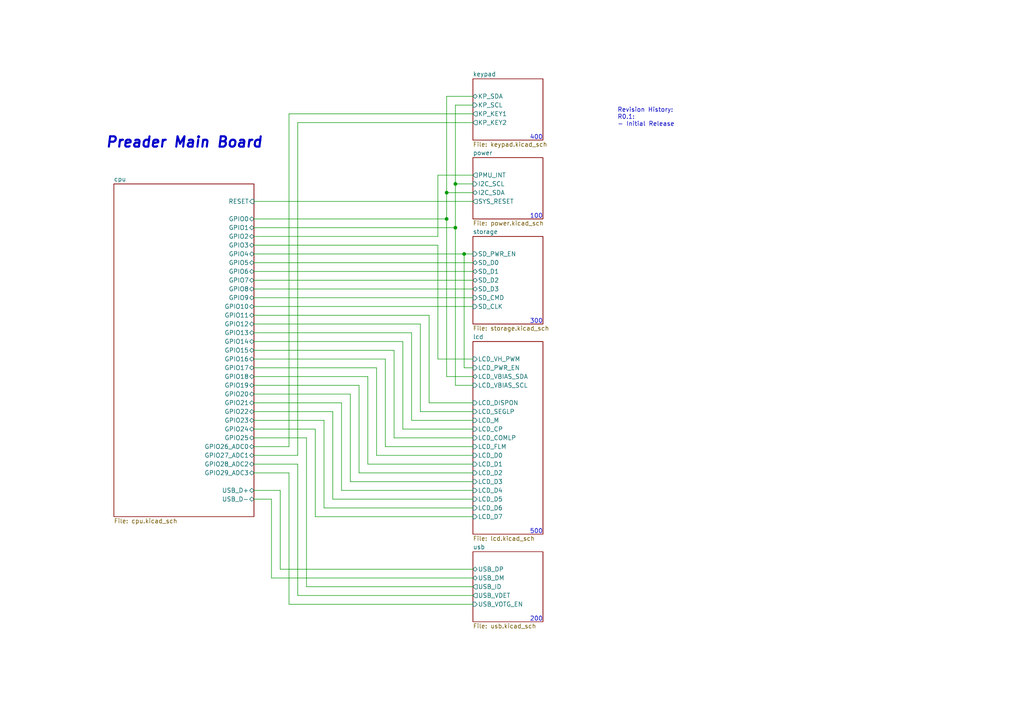
<source format=kicad_sch>
(kicad_sch (version 20210126) (generator eeschema)
  (paper "A4")
  (title_block (title "Preader MB") (date "2021-01-31") (rev "R0.1") (company "Wenting Zhang") (comment 1 "zephray@outlook.com"))
  (lib_symbols)
  (junction (at 129.54 55.88) (diameter 0.9144))
  (junction (at 129.54 63.5) (diameter 0.9144))
  (junction (at 132.08 53.34) (diameter 0.9144))
  (junction (at 132.08 66.04) (diameter 0.9144))
  (junction (at 134.62 73.66) (diameter 0.9144))
  (wire (pts (xy 73.66 58.42) (xy 137.16 58.42)))
  (wire (pts (xy 73.66 63.5) (xy 129.54 63.5)))
  (wire (pts (xy 73.66 66.04) (xy 132.08 66.04)))
  (wire (pts (xy 73.66 73.66) (xy 134.62 73.66)))
  (wire (pts (xy 73.66 76.2) (xy 137.16 76.2)))
  (wire (pts (xy 73.66 78.74) (xy 137.16 78.74)))
  (wire (pts (xy 73.66 81.28) (xy 137.16 81.28)))
  (wire (pts (xy 73.66 83.82) (xy 137.16 83.82)))
  (wire (pts (xy 73.66 86.36) (xy 137.16 86.36)))
  (wire (pts (xy 73.66 88.9) (xy 137.16 88.9)))
  (wire (pts (xy 73.66 93.98) (xy 121.92 93.98)))
  (wire (pts (xy 73.66 99.06) (xy 116.84 99.06)))
  (wire (pts (xy 73.66 104.14) (xy 111.76 104.14)))
  (wire (pts (xy 73.66 109.22) (xy 106.68 109.22)))
  (wire (pts (xy 73.66 111.76) (xy 104.14 111.76)))
  (wire (pts (xy 73.66 114.3) (xy 101.6 114.3)))
  (wire (pts (xy 73.66 119.38) (xy 96.52 119.38)))
  (wire (pts (xy 73.66 124.46) (xy 91.44 124.46)))
  (wire (pts (xy 73.66 127) (xy 88.9 127)))
  (wire (pts (xy 73.66 129.54) (xy 83.82 129.54)))
  (wire (pts (xy 73.66 132.08) (xy 86.36 132.08)))
  (wire (pts (xy 73.66 134.62) (xy 86.36 134.62)))
  (wire (pts (xy 73.66 142.24) (xy 81.28 142.24)))
  (wire (pts (xy 73.66 144.78) (xy 78.74 144.78)))
  (wire (pts (xy 78.74 167.64) (xy 78.74 144.78)))
  (wire (pts (xy 78.74 167.64) (xy 137.16 167.64)))
  (wire (pts (xy 81.28 142.24) (xy 81.28 165.1)))
  (wire (pts (xy 81.28 165.1) (xy 137.16 165.1)))
  (wire (pts (xy 83.82 33.02) (xy 83.82 129.54)))
  (wire (pts (xy 83.82 33.02) (xy 137.16 33.02)))
  (wire (pts (xy 83.82 137.16) (xy 73.66 137.16)))
  (wire (pts (xy 83.82 137.16) (xy 83.82 175.26)))
  (wire (pts (xy 86.36 35.56) (xy 137.16 35.56)))
  (wire (pts (xy 86.36 132.08) (xy 86.36 35.56)))
  (wire (pts (xy 86.36 134.62) (xy 86.36 172.72)))
  (wire (pts (xy 86.36 172.72) (xy 137.16 172.72)))
  (wire (pts (xy 88.9 127) (xy 88.9 170.18)))
  (wire (pts (xy 88.9 170.18) (xy 137.16 170.18)))
  (wire (pts (xy 91.44 124.46) (xy 91.44 149.86)))
  (wire (pts (xy 91.44 149.86) (xy 137.16 149.86)))
  (wire (pts (xy 93.98 121.92) (xy 73.66 121.92)))
  (wire (pts (xy 93.98 147.32) (xy 93.98 121.92)))
  (wire (pts (xy 96.52 119.38) (xy 96.52 144.78)))
  (wire (pts (xy 96.52 144.78) (xy 137.16 144.78)))
  (wire (pts (xy 99.06 116.84) (xy 73.66 116.84)))
  (wire (pts (xy 99.06 142.24) (xy 99.06 116.84)))
  (wire (pts (xy 101.6 114.3) (xy 101.6 139.7)))
  (wire (pts (xy 101.6 139.7) (xy 137.16 139.7)))
  (wire (pts (xy 104.14 111.76) (xy 104.14 137.16)))
  (wire (pts (xy 104.14 137.16) (xy 137.16 137.16)))
  (wire (pts (xy 106.68 109.22) (xy 106.68 134.62)))
  (wire (pts (xy 106.68 134.62) (xy 137.16 134.62)))
  (wire (pts (xy 109.22 106.68) (xy 73.66 106.68)))
  (wire (pts (xy 109.22 132.08) (xy 109.22 106.68)))
  (wire (pts (xy 111.76 104.14) (xy 111.76 129.54)))
  (wire (pts (xy 111.76 129.54) (xy 137.16 129.54)))
  (wire (pts (xy 114.3 101.6) (xy 73.66 101.6)))
  (wire (pts (xy 114.3 127) (xy 114.3 101.6)))
  (wire (pts (xy 116.84 99.06) (xy 116.84 124.46)))
  (wire (pts (xy 116.84 124.46) (xy 137.16 124.46)))
  (wire (pts (xy 119.38 96.52) (xy 73.66 96.52)))
  (wire (pts (xy 119.38 121.92) (xy 119.38 96.52)))
  (wire (pts (xy 121.92 93.98) (xy 121.92 119.38)))
  (wire (pts (xy 121.92 119.38) (xy 137.16 119.38)))
  (wire (pts (xy 124.46 91.44) (xy 73.66 91.44)))
  (wire (pts (xy 124.46 116.84) (xy 124.46 91.44)))
  (wire (pts (xy 127 50.8) (xy 127 68.58)))
  (wire (pts (xy 127 68.58) (xy 73.66 68.58)))
  (wire (pts (xy 127 71.12) (xy 73.66 71.12)))
  (wire (pts (xy 127 104.14) (xy 127 71.12)))
  (wire (pts (xy 129.54 27.94) (xy 137.16 27.94)))
  (wire (pts (xy 129.54 55.88) (xy 129.54 27.94)))
  (wire (pts (xy 129.54 55.88) (xy 129.54 63.5)))
  (wire (pts (xy 129.54 55.88) (xy 137.16 55.88)))
  (wire (pts (xy 129.54 109.22) (xy 129.54 63.5)))
  (wire (pts (xy 132.08 30.48) (xy 137.16 30.48)))
  (wire (pts (xy 132.08 53.34) (xy 132.08 30.48)))
  (wire (pts (xy 132.08 53.34) (xy 132.08 66.04)))
  (wire (pts (xy 132.08 53.34) (xy 137.16 53.34)))
  (wire (pts (xy 132.08 111.76) (xy 132.08 66.04)))
  (wire (pts (xy 134.62 73.66) (xy 137.16 73.66)))
  (wire (pts (xy 134.62 106.68) (xy 134.62 73.66)))
  (wire (pts (xy 137.16 50.8) (xy 127 50.8)))
  (wire (pts (xy 137.16 104.14) (xy 127 104.14)))
  (wire (pts (xy 137.16 106.68) (xy 134.62 106.68)))
  (wire (pts (xy 137.16 109.22) (xy 129.54 109.22)))
  (wire (pts (xy 137.16 111.76) (xy 132.08 111.76)))
  (wire (pts (xy 137.16 116.84) (xy 124.46 116.84)))
  (wire (pts (xy 137.16 121.92) (xy 119.38 121.92)))
  (wire (pts (xy 137.16 127) (xy 114.3 127)))
  (wire (pts (xy 137.16 132.08) (xy 109.22 132.08)))
  (wire (pts (xy 137.16 142.24) (xy 99.06 142.24)))
  (wire (pts (xy 137.16 147.32) (xy 93.98 147.32)))
  (wire (pts (xy 137.16 175.26) (xy 83.82 175.26)))
  (text "Preader Main Board" (at 30.48 43.18 0) (effects (font (size 2.997 2.997) (thickness 0.5994) bold italic) (justify left bottom)))
  (text "400" (at 157.48 40.64 180) (effects (font (size 1.27 1.27)) (justify right bottom)))
  (text "100" (at 157.48 63.5 180) (effects (font (size 1.27 1.27)) (justify right bottom)))
  (text "300" (at 157.48 93.98 180) (effects (font (size 1.27 1.27)) (justify right bottom)))
  (text "500" (at 157.48 154.94 180) (effects (font (size 1.27 1.27)) (justify right bottom)))
  (text "200" (at 157.48 180.34 180) (effects (font (size 1.27 1.27)) (justify right bottom)))
  (text "Revision History:\nR0.1:\n- Initial Release" (at 179.07 36.83 0) (effects (font (size 1.27 1.27)) (justify left bottom)))
  (sheet (at 33.02 53.34) (size 40.64 96.52)
    (property "Sheet name" "cpu" (at 33.02 52.7045 0) (effects (justify left bottom)))
    (property "Sheet file" "cpu.kicad_sch" (at 33.02 150.3685 0) (effects (justify left top)))
    (pin "GPIO2" bidirectional (at 73.66 68.58 0))
    (pin "GPIO3" bidirectional (at 73.66 71.12 0))
    (pin "GPIO4" bidirectional (at 73.66 73.66 0))
    (pin "GPIO5" bidirectional (at 73.66 76.2 0))
    (pin "GPIO6" bidirectional (at 73.66 78.74 0))
    (pin "RESET" input (at 73.66 58.42 0))
    (pin "GPIO7" bidirectional (at 73.66 81.28 0))
    (pin "GPIO8" bidirectional (at 73.66 83.82 0))
    (pin "GPIO9" bidirectional (at 73.66 86.36 0))
    (pin "GPIO10" bidirectional (at 73.66 88.9 0))
    (pin "GPIO11" bidirectional (at 73.66 91.44 0))
    (pin "GPIO12" bidirectional (at 73.66 93.98 0))
    (pin "GPIO13" bidirectional (at 73.66 96.52 0))
    (pin "GPIO14" bidirectional (at 73.66 99.06 0))
    (pin "GPIO15" bidirectional (at 73.66 101.6 0))
    (pin "GPIO16" bidirectional (at 73.66 104.14 0))
    (pin "GPIO17" bidirectional (at 73.66 106.68 0))
    (pin "GPIO18" bidirectional (at 73.66 109.22 0))
    (pin "GPIO19" bidirectional (at 73.66 111.76 0))
    (pin "GPIO20" bidirectional (at 73.66 114.3 0))
    (pin "GPIO21" bidirectional (at 73.66 116.84 0))
    (pin "GPIO22" bidirectional (at 73.66 119.38 0))
    (pin "GPIO23" bidirectional (at 73.66 121.92 0))
    (pin "GPIO24" bidirectional (at 73.66 124.46 0))
    (pin "GPIO25" bidirectional (at 73.66 127 0))
    (pin "GPIO26_ADC0" bidirectional (at 73.66 129.54 0))
    (pin "GPIO0" bidirectional (at 73.66 63.5 0))
    (pin "GPIO1" bidirectional (at 73.66 66.04 0))
    (pin "USB_D+" bidirectional (at 73.66 142.24 0))
    (pin "USB_D-" bidirectional (at 73.66 144.78 0))
    (pin "GPIO28_ADC2" bidirectional (at 73.66 134.62 0))
    (pin "GPIO27_ADC1" bidirectional (at 73.66 132.08 0))
    (pin "GPIO29_ADC3" bidirectional (at 73.66 137.16 0))
  )
  (sheet (at 137.16 22.86) (size 20.32 17.78)
    (property "Sheet name" "keypad" (at 137.16 22.2245 0) (effects (justify left bottom)))
    (property "Sheet file" "keypad.kicad_sch" (at 137.16 41.1485 0) (effects (justify left top)))
    (pin "KP_SDA" bidirectional (at 137.16 27.94 180))
    (pin "KP_SCL" input (at 137.16 30.48 180))
    (pin "KP_KEY2" output (at 137.16 35.56 180))
    (pin "KP_KEY1" output (at 137.16 33.02 180))
  )
  (sheet (at 137.16 99.06) (size 20.32 55.88)
    (property "Sheet name" "lcd" (at 137.16 98.4245 0) (effects (justify left bottom)))
    (property "Sheet file" "lcd.kicad_sch" (at 137.16 155.4485 0) (effects (justify left top)))
    (pin "LCD_VH_PWM" input (at 137.16 104.14 180))
    (pin "LCD_PWR_EN" input (at 137.16 106.68 180))
    (pin "LCD_VBIAS_SDA" bidirectional (at 137.16 109.22 180))
    (pin "LCD_VBIAS_SCL" input (at 137.16 111.76 180))
    (pin "LCD_DISPON" input (at 137.16 116.84 180))
    (pin "LCD_SEGLP" input (at 137.16 119.38 180))
    (pin "LCD_M" input (at 137.16 121.92 180))
    (pin "LCD_CP" input (at 137.16 124.46 180))
    (pin "LCD_D7" input (at 137.16 149.86 180))
    (pin "LCD_D6" input (at 137.16 147.32 180))
    (pin "LCD_COMLP" input (at 137.16 127 180))
    (pin "LCD_FLM" input (at 137.16 129.54 180))
    (pin "LCD_D2" input (at 137.16 137.16 180))
    (pin "LCD_D3" input (at 137.16 139.7 180))
    (pin "LCD_D1" input (at 137.16 134.62 180))
    (pin "LCD_D0" input (at 137.16 132.08 180))
    (pin "LCD_D4" input (at 137.16 142.24 180))
    (pin "LCD_D5" input (at 137.16 144.78 180))
  )
  (sheet (at 137.16 45.72) (size 20.32 17.78)
    (property "Sheet name" "power" (at 137.16 45.0845 0) (effects (justify left bottom)))
    (property "Sheet file" "power.kicad_sch" (at 137.16 64.0085 0) (effects (justify left top)))
    (pin "PMU_INT" output (at 137.16 50.8 180))
    (pin "I2C_SCL" input (at 137.16 53.34 180))
    (pin "I2C_SDA" bidirectional (at 137.16 55.88 180))
    (pin "SYS_RESET" output (at 137.16 58.42 180))
  )
  (sheet (at 137.16 68.58) (size 20.32 25.4)
    (property "Sheet name" "storage" (at 137.16 67.9445 0) (effects (justify left bottom)))
    (property "Sheet file" "storage.kicad_sch" (at 137.16 94.4885 0) (effects (justify left top)))
    (pin "SD_PWR_EN" input (at 137.16 73.66 180))
    (pin "SD_D3" bidirectional (at 137.16 83.82 180))
    (pin "SD_CMD" input (at 137.16 86.36 180))
    (pin "SD_CLK" input (at 137.16 88.9 180))
    (pin "SD_D0" bidirectional (at 137.16 76.2 180))
    (pin "SD_D1" bidirectional (at 137.16 78.74 180))
    (pin "SD_D2" bidirectional (at 137.16 81.28 180))
  )
  (sheet (at 137.16 160.02) (size 20.32 20.32)
    (property "Sheet name" "usb" (at 137.16 159.3845 0) (effects (justify left bottom)))
    (property "Sheet file" "usb.kicad_sch" (at 137.16 180.8485 0) (effects (justify left top)))
    (pin "USB_DP" bidirectional (at 137.16 165.1 180))
    (pin "USB_DM" bidirectional (at 137.16 167.64 180))
    (pin "USB_ID" output (at 137.16 170.18 180))
    (pin "USB_VOTG_EN" input (at 137.16 175.26 180))
    (pin "USB_VDET" output (at 137.16 172.72 180))
  )
)
</source>
